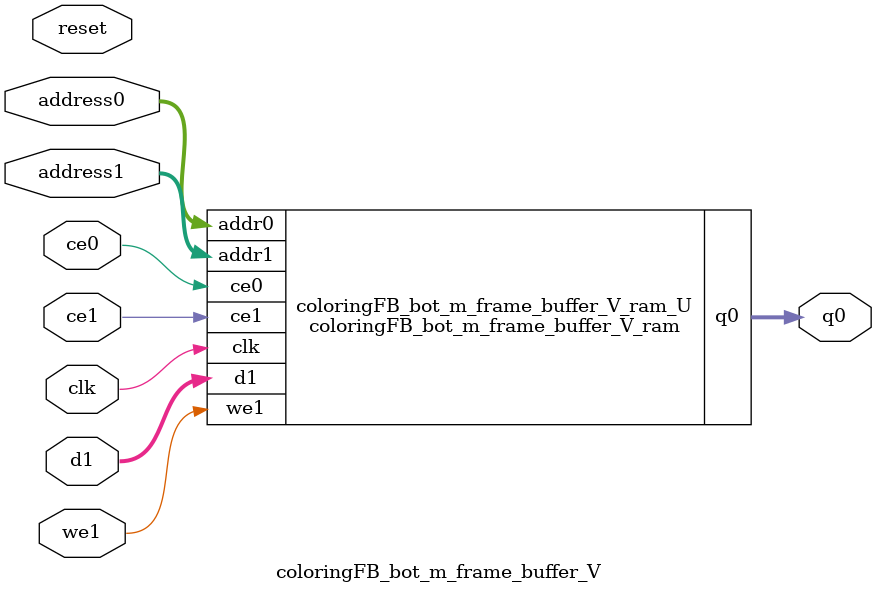
<source format=v>
`timescale 1 ns / 1 ps
module coloringFB_bot_m_frame_buffer_V_ram (addr0, ce0, q0, addr1, ce1, d1, we1,  clk);

parameter DWIDTH = 8;
parameter AWIDTH = 15;
parameter MEM_SIZE = 32768;

input[AWIDTH-1:0] addr0;
input ce0;
output wire[DWIDTH-1:0] q0;
input[AWIDTH-1:0] addr1;
input ce1;
input[DWIDTH-1:0] d1;
input we1;
input clk;

(* ram_style = "block" *)reg [DWIDTH-1:0] ram[0:MEM_SIZE-1];
reg [DWIDTH-1:0] q0_t0;
reg [DWIDTH-1:0] q0_t1;

genvar i;
generate
    for (i=0; i<MEM_SIZE; i=i+1) begin
        initial ram[i] = 0;
    end
endgenerate

assign q0 = q0_t1;

always @(posedge clk)  
begin
    if (ce0) 
    begin
        q0_t1 <= q0_t0;
    end
end


always @(posedge clk)  
begin 
    if (ce0) begin
        q0_t0 <= ram[addr0];
    end
end


always @(posedge clk)  
begin 
    if (ce1) begin
        if (we1) 
            ram[addr1] <= d1; 
    end
end


endmodule

`timescale 1 ns / 1 ps
module coloringFB_bot_m_frame_buffer_V(
    reset,
    clk,
    address0,
    ce0,
    q0,
    address1,
    ce1,
    we1,
    d1);

parameter DataWidth = 32'd8;
parameter AddressRange = 32'd32768;
parameter AddressWidth = 32'd15;
input reset;
input clk;
input[AddressWidth - 1:0] address0;
input ce0;
output[DataWidth - 1:0] q0;
input[AddressWidth - 1:0] address1;
input ce1;
input we1;
input[DataWidth - 1:0] d1;



coloringFB_bot_m_frame_buffer_V_ram coloringFB_bot_m_frame_buffer_V_ram_U(
    .clk( clk ),
    .addr0( address0 ),
    .ce0( ce0 ),
    .q0( q0 ),
    .addr1( address1 ),
    .ce1( ce1 ),
    .we1( we1 ),
    .d1( d1 ));

endmodule


</source>
